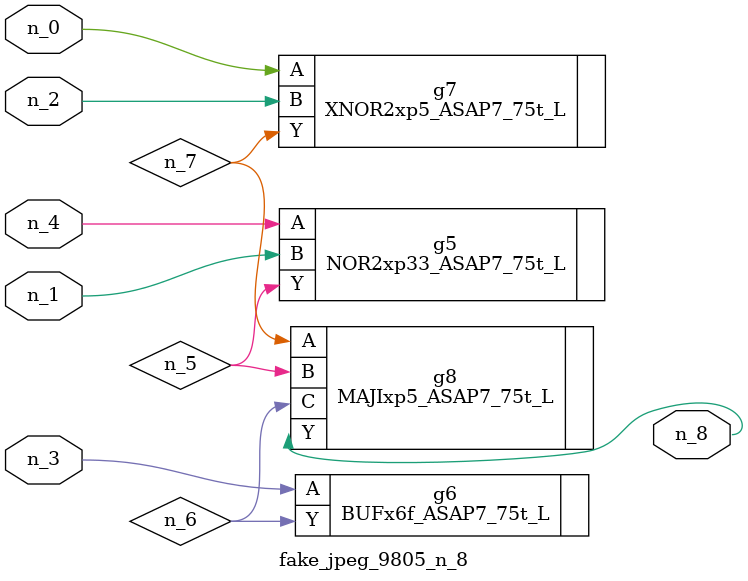
<source format=v>
module fake_jpeg_9805_n_8 (n_3, n_2, n_1, n_0, n_4, n_8);

input n_3;
input n_2;
input n_1;
input n_0;
input n_4;

output n_8;

wire n_6;
wire n_5;
wire n_7;

NOR2xp33_ASAP7_75t_L g5 ( 
.A(n_4),
.B(n_1),
.Y(n_5)
);

BUFx6f_ASAP7_75t_L g6 ( 
.A(n_3),
.Y(n_6)
);

XNOR2xp5_ASAP7_75t_L g7 ( 
.A(n_0),
.B(n_2),
.Y(n_7)
);

MAJIxp5_ASAP7_75t_L g8 ( 
.A(n_7),
.B(n_5),
.C(n_6),
.Y(n_8)
);


endmodule
</source>
